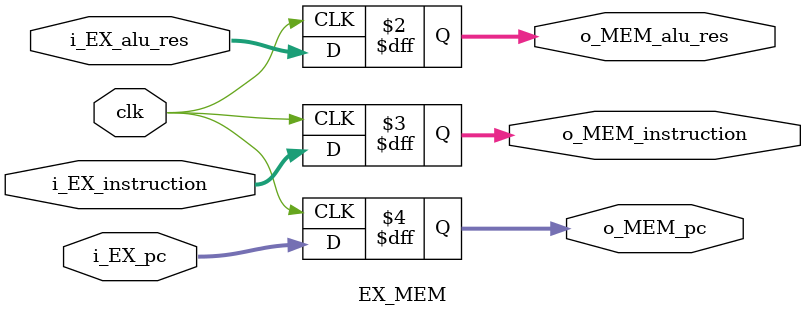
<source format=v>
`timescale 1ns / 1ps
`include "ISA.v"
module  EX_MEM  #
                (
                    parameter W = 32
                )
                (
                    input       clk,

                    input [W-1:0] i_EX_alu_res, 
                    input [W-1:0] i_EX_instruction,
                    input [W-1:0] i_EX_pc,
                    output reg [W-1:0] o_MEM_alu_res,
                    output reg [W-1:0] o_MEM_instruction,
                    output reg [W-1:0] o_MEM_pc
                );
    always @(negedge clk) begin
       o_MEM_alu_res     <= i_EX_alu_res;
       o_MEM_instruction <= i_EX_instruction;
       o_MEM_pc          <= i_EX_pc;
       
    end
endmodule //ID_EX

</source>
